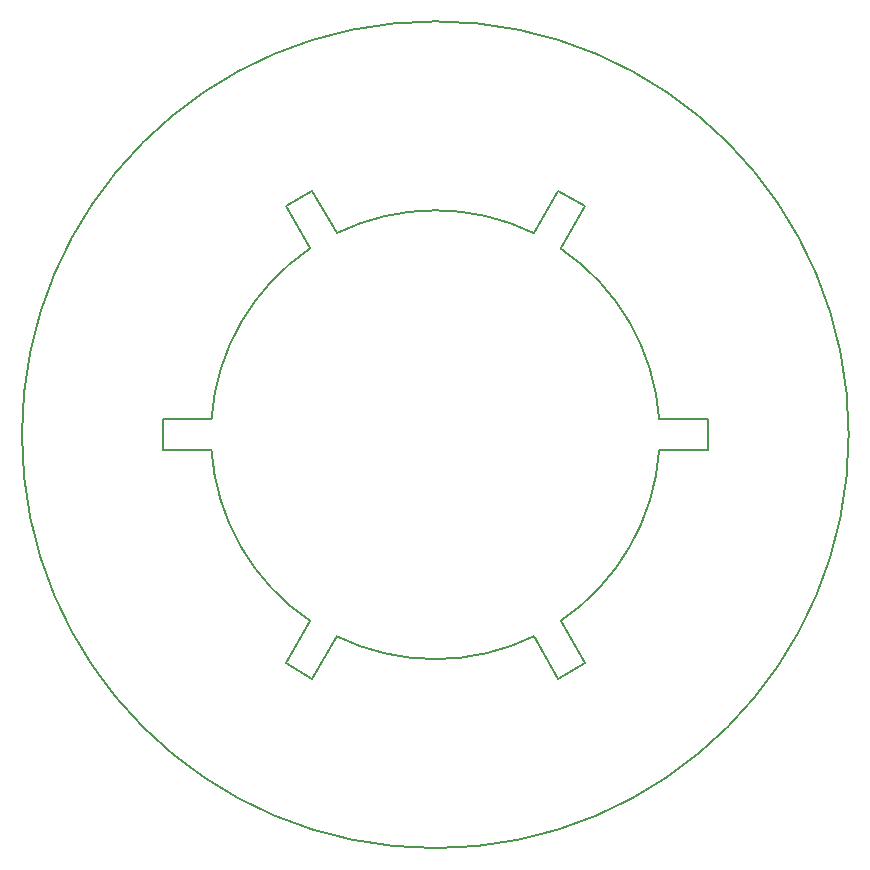
<source format=gbr>
%TF.GenerationSoftware,KiCad,Pcbnew,(5.1.10)-1*%
%TF.CreationDate,2021-12-11T16:43:53+01:00*%
%TF.ProjectId,qura_pump_pcb,71757261-5f70-4756-9d70-5f7063622e6b,rev?*%
%TF.SameCoordinates,Original*%
%TF.FileFunction,Profile,NP*%
%FSLAX46Y46*%
G04 Gerber Fmt 4.6, Leading zero omitted, Abs format (unit mm)*
G04 Created by KiCad (PCBNEW (5.1.10)-1) date 2021-12-11 16:43:53*
%MOMM*%
%LPD*%
G01*
G04 APERTURE LIST*
%TA.AperFunction,Profile*%
%ADD10C,0.200000*%
%TD*%
G04 APERTURE END LIST*
D10*
X193466685Y-89634888D02*
G75*
G03*
X193466685Y-89634888I-35000000J0D01*
G01*
X168888239Y-68984227D02*
X171139905Y-70284227D01*
X169070256Y-73868966D02*
G75*
G02*
X177422159Y-88334889I-10603571J-15765922D01*
G01*
X171139905Y-70284227D02*
X169070255Y-73868966D01*
X145793465Y-108985549D02*
X147863115Y-105400810D01*
X150114781Y-106700810D02*
X148045131Y-110285549D01*
X169070255Y-105400810D02*
X171139905Y-108985549D01*
X181561459Y-88334889D02*
X181561459Y-90934888D01*
X166818589Y-72568966D02*
X168888239Y-68984227D01*
X135371911Y-88334888D02*
X139511211Y-88334888D01*
X181561459Y-90934888D02*
X177422159Y-90934888D01*
X166818589Y-106700810D02*
G75*
G02*
X150114781Y-106700810I-8351904J17065922D01*
G01*
X177422159Y-90934888D02*
G75*
G02*
X169070255Y-105400810I-18955474J1300000D01*
G01*
X145793465Y-70284227D02*
X148045131Y-68984227D01*
X168888239Y-110285549D02*
X166818589Y-106700810D01*
X171139905Y-108985549D02*
X168888239Y-110285549D01*
X150114781Y-72568966D02*
G75*
G02*
X166818589Y-72568966I8351904J-17065922D01*
G01*
X135371911Y-90934888D02*
X135371911Y-88334888D01*
X148045131Y-68984227D02*
X150114781Y-72568966D01*
X147863115Y-73868966D02*
X145793465Y-70284227D01*
X139511211Y-88334888D02*
G75*
G02*
X147863115Y-73868966I18955474J-1300000D01*
G01*
X147863115Y-105400810D02*
G75*
G02*
X139511211Y-90934888I10603570J15765922D01*
G01*
X148045131Y-110285549D02*
X145793465Y-108985549D01*
X139511211Y-90934888D02*
X135371911Y-90934888D01*
X177422159Y-88334889D02*
X181561459Y-88334889D01*
M02*

</source>
